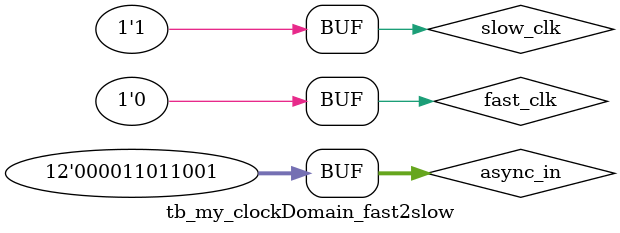
<source format=sv>
`default_nettype none
`timescale 1ns/1ns

module my_clockDomain_fast2slow #(parameter N=12) (
  input logic fast_clk,
  input logic slow_clk,
  input logic [(N-1):0] async_in,
  output logic [(N-1):0] sync_out
);

// Registers for async
logic [(N-1):0] reg1, reg3;

// Registers for enable signal for reg3
logic q1, enable;

always_ff @ (posedge fast_clk) begin
  reg1 <= async_in;
end

always_ff @ (posedge fast_clk) begin
  if(enable) reg3 <= reg1;
end

always_ff @ (posedge slow_clk) begin
  sync_out <= reg3;
end

always_ff @ (negedge fast_clk) begin
  q1 <= slow_clk;
end

always_ff @ (negedge fast_clk) begin
  enable <= q1;
end


endmodule


// Testbench
module tb_my_clockDomain_fast2slow();

logic slow_clk, fast_clk, enable;
logic [11:0] sync_out, async_in, reg3;
my_clockDomain_fast2slow #(.N(12)) fast2slow (
	.slow_clk(slow_clk), 
	.fast_clk(fast_clk),
	.sync_out(sync_out),
	.async_in(async_in)
	//.reg3(reg3),
	//.enable(enable)
);

always begin
	fast_clk = 1; #1000; fast_clk = 0; #1000;
end

always begin
	slow_clk = 0; #5500; slow_clk = 1; #5500;
end

initial begin
	async_in = 12'hF2; #2000;
	async_in = 12'hB5; #2000;
	async_in = 12'h23; #2000;
	async_in = 12'h53; #2000;
	async_in = 12'hAF; #2000;
	async_in = 12'hC4; #2000;
	async_in = 12'hA4; #2000;
	async_in = 12'h21; #2000;
	async_in = 12'h10; #2000;
	async_in = 12'h4A; #2000;
	async_in = 12'h57; #2000;
	async_in = 12'h25; #2000;
	async_in = 12'h22; #2000;
	async_in = 12'h78; #2000;
	async_in = 12'hD6; #2000;
	async_in = 12'h00; #2000;
	async_in = 12'h3B; #2000;
	async_in = 12'h8D; #2000;
	async_in = 12'h95; #2000;
	async_in = 12'h2A; #2000;
	async_in = 12'h3B; #2000;
	async_in = 12'hD9;

end


endmodule

</source>
